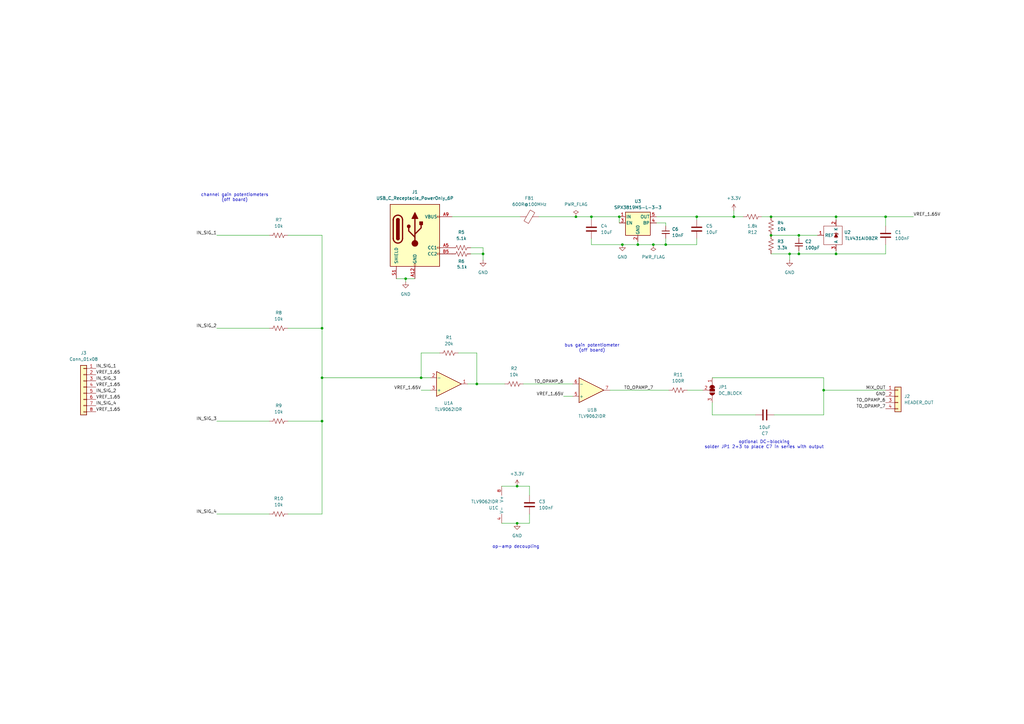
<source format=kicad_sch>
(kicad_sch (version 20250114) (generator "eeschema") (generator_version "9.0")
  (paper "A3")
  (lib_symbols
    (symbol "Amplifier_Operational:TLV9062" (pin_names (offset 0.127))
      (property "Reference" "U" (at 0 5.08 0))
      (property "Value" "TLV9062" (at 0 -5.08 0))
      (symbol "TLV9062_1_1"
        (polyline (pts (xy -5.08 5.08) (xy 5.08 0) (xy -5.08 -5.08) (xy -5.08 5.08)) (stroke (width 0.254)) (fill (type background)))
        (pin input line (at -7.62 2.54 0) (length 2.54) (name "+") (number "3"))
        (pin input line (at -7.62 -2.54 0) (length 2.54) (name "-") (number "2"))
        (pin output line (at 7.62 0 180) (length 2.54) (name "~") (number "1"))
      )
      (symbol "TLV9062_2_1"
        (polyline (pts (xy -5.08 5.08) (xy 5.08 0) (xy -5.08 -5.08) (xy -5.08 5.08)) (stroke (width 0.254)) (fill (type background)))
        (pin input line (at -7.62 2.54 0) (length 2.54) (name "+") (number "5"))
        (pin input line (at -7.62 -2.54 0) (length 2.54) (name "-") (number "6"))
        (pin output line (at 7.62 0 180) (length 2.54) (name "~") (number "7"))
      )
      (symbol "TLV9062_3_1"
        (pin power_in line (at -2.54 7.62 270) (length 3.81) (name "V+") (number "8"))
        (pin power_in line (at -2.54 -7.62 90) (length 3.81) (name "V-") (number "4"))
      )
    )
    (symbol "Connector:USB_C_Receptacle_PowerOnly_6P" (pin_names (offset 1.016))
      (property "Reference" "J" (at 0 16.51 0))
      (property "Value" "USB_C_Receptacle_PowerOnly_6P" (at 0 13.97 0))
      (symbol "USB_C_Receptacle_PowerOnly_6P_0_0"
        (rectangle (start -0.254 -12.7) (end 0.254 -11.684))
        (rectangle (start 10.16 7.874) (end 9.144 7.366))
        (rectangle (start 10.16 -4.826) (end 9.144 -5.334))
        (rectangle (start 10.16 -7.366) (end 9.144 -7.874))
      )
      (symbol "USB_C_Receptacle_PowerOnly_6P_0_1"
        (rectangle (start -10.16 12.7) (end 10.16 -12.7) (stroke (width 0.254)) (fill (type background)))
        (polyline (pts (xy -8.89 -1.27) (xy -8.89 6.35)) (stroke (width 0.508)))
        (rectangle (start -7.62 -1.27) (end -6.35 6.35) (stroke (width 0.254)) (fill (type outline)))
        (arc (start -7.62 6.35) (mid -6.985 6.9823) (end -6.35 6.35) (stroke (width 0.254)))
        (arc (start -7.62 6.35) (mid -6.985 6.9823) (end -6.35 6.35) (stroke (width 0.254)) (fill (type outline)))
        (arc (start -8.89 6.35) (mid -6.985 8.2467) (end -5.08 6.35) (stroke (width 0.508)))
        (arc (start -5.08 -1.27) (mid -6.985 -3.1667) (end -8.89 -1.27) (stroke (width 0.508)))
        (arc (start -6.35 -1.27) (mid -6.985 -1.9023) (end -7.62 -1.27) (stroke (width 0.254)))
        (arc (start -6.35 -1.27) (mid -6.985 -1.9023) (end -7.62 -1.27) (stroke (width 0.254)) (fill (type outline)))
        (polyline (pts (xy -5.08 6.35) (xy -5.08 -1.27)) (stroke (width 0.508)))
        (circle (center -2.54 3.683) (radius 0.635) (stroke (width 0.254)) (fill (type outline)))
        (polyline (pts (xy -1.27 6.858) (xy 0 9.398) (xy 1.27 6.858) (xy -1.27 6.858)) (stroke (width 0.254)) (fill (type outline)))
        (polyline (pts (xy 0 0.508) (xy 2.54 3.048) (xy 2.54 4.318)) (stroke (width 0.508)))
        (polyline (pts (xy 0 -0.762) (xy -2.54 1.778) (xy -2.54 3.048)) (stroke (width 0.508)))
        (polyline (pts (xy 0 -3.302) (xy 0 6.858)) (stroke (width 0.508)))
        (circle (center 0 -3.302) (radius 1.27) (fill (type outline)))
        (rectangle (start 1.905 4.318) (end 3.175 5.588) (stroke (width 0.254)) (fill (type outline)))
      )
      (symbol "USB_C_Receptacle_PowerOnly_6P_1_1"
        (pin passive line (at -7.62 -17.78 90) (length 5.08) (name "SHIELD") (number "S1"))
        (pin passive line (at 0 -17.78 90) (length 5.08) (name "GND") (number "A12"))
        (pin passive line (at 0 -17.78 90) (length 5.08) (hide yes) (name "GND") (number "B12"))
        (pin passive line (at 15.24 7.62 180) (length 5.08) (name "VBUS") (number "A9"))
        (pin passive line (at 15.24 7.62 180) (length 5.08) (hide yes) (name "VBUS") (number "B9"))
        (pin bidirectional line (at 15.24 -5.08 180) (length 5.08) (name "CC1") (number "A5"))
        (pin bidirectional line (at 15.24 -7.62 180) (length 5.08) (name "CC2") (number "B5"))
      )
    )
    (symbol "Connector_Generic:Conn_01x04" (pin_names (offset 1.016) (hide yes))
      (property "Reference" "J" (at 0 5.08 0))
      (property "Value" "Conn_01x04" (at 0 -7.62 0))
      (symbol "Conn_01x04_1_1"
        (rectangle (start -1.27 3.81) (end 1.27 -6.35) (stroke (width 0.254)) (fill (type background)))
        (rectangle (start -1.27 2.667) (end 0 2.413) (stroke (width 0.1524)))
        (rectangle (start -1.27 0.127) (end 0 -0.127) (stroke (width 0.1524)))
        (rectangle (start -1.27 -2.413) (end 0 -2.667) (stroke (width 0.1524)))
        (rectangle (start -1.27 -4.953) (end 0 -5.207) (stroke (width 0.1524)))
        (pin passive line (at -5.08 2.54 0) (length 3.81) (name "Pin_1") (number "1"))
        (pin passive line (at -5.08 0 0) (length 3.81) (name "Pin_2") (number "2"))
        (pin passive line (at -5.08 -2.54 0) (length 3.81) (name "Pin_3") (number "3"))
        (pin passive line (at -5.08 -5.08 0) (length 3.81) (name "Pin_4") (number "4"))
      )
    )
    (symbol "Connector_Generic:Conn_01x08" (pin_names (offset 1.016) (hide yes))
      (property "Reference" "J" (at 0 10.16 0))
      (property "Value" "Conn_01x08" (at 0 -12.7 0))
      (symbol "Conn_01x08_1_1"
        (rectangle (start -1.27 8.89) (end 1.27 -11.43) (stroke (width 0.254)) (fill (type background)))
        (rectangle (start -1.27 7.747) (end 0 7.493) (stroke (width 0.1524)))
        (rectangle (start -1.27 5.207) (end 0 4.953) (stroke (width 0.1524)))
        (rectangle (start -1.27 2.667) (end 0 2.413) (stroke (width 0.1524)))
        (rectangle (start -1.27 0.127) (end 0 -0.127) (stroke (width 0.1524)))
        (rectangle (start -1.27 -2.413) (end 0 -2.667) (stroke (width 0.1524)))
        (rectangle (start -1.27 -4.953) (end 0 -5.207) (stroke (width 0.1524)))
        (rectangle (start -1.27 -7.493) (end 0 -7.747) (stroke (width 0.1524)))
        (rectangle (start -1.27 -10.033) (end 0 -10.287) (stroke (width 0.1524)))
        (pin passive line (at -5.08 7.62 0) (length 3.81) (name "Pin_1") (number "1"))
        (pin passive line (at -5.08 5.08 0) (length 3.81) (name "Pin_2") (number "2"))
        (pin passive line (at -5.08 2.54 0) (length 3.81) (name "Pin_3") (number "3"))
        (pin passive line (at -5.08 0 0) (length 3.81) (name "Pin_4") (number "4"))
        (pin passive line (at -5.08 -2.54 0) (length 3.81) (name "Pin_5") (number "5"))
        (pin passive line (at -5.08 -5.08 0) (length 3.81) (name "Pin_6") (number "6"))
        (pin passive line (at -5.08 -7.62 0) (length 3.81) (name "Pin_7") (number "7"))
        (pin passive line (at -5.08 -10.16 0) (length 3.81) (name "Pin_8") (number "8"))
      )
    )
    (symbol "Device:C" (pin_numbers (hide yes)) (pin_names (offset 0.254))
      (property "Reference" "C" (at 0.635 2.54 0))
      (property "Value" "C" (at 0.635 -2.54 0))
      (symbol "C_0_1"
        (polyline (pts (xy -2.032 0.762) (xy 2.032 0.762)) (stroke (width 0.508)))
        (polyline (pts (xy -2.032 -0.762) (xy 2.032 -0.762)) (stroke (width 0.508)))
      )
      (symbol "C_1_1"
        (pin passive line (at 0 3.81 270) (length 2.794) (name "~") (number "1"))
        (pin passive line (at 0 -3.81 90) (length 2.794) (name "~") (number "2"))
      )
    )
    (symbol "Device:C_Small" (pin_numbers (hide yes)) (pin_names (offset 0.254) (hide yes))
      (property "Reference" "C" (at 0.254 1.778 0))
      (property "Value" "C_Small" (at 0.254 -2.032 0))
      (symbol "C_Small_0_1"
        (polyline (pts (xy -1.524 0.508) (xy 1.524 0.508)) (stroke (width 0.3048)))
        (polyline (pts (xy -1.524 -0.508) (xy 1.524 -0.508)) (stroke (width 0.3302)))
      )
      (symbol "C_Small_1_1"
        (pin passive line (at 0 2.54 270) (length 2.032) (name "~") (number "1"))
        (pin passive line (at 0 -2.54 90) (length 2.032) (name "~") (number "2"))
      )
    )
    (symbol "Device:FerriteBead" (pin_numbers (hide yes)) (pin_names (offset 0))
      (property "Reference" "FB" (at -3.81 0.635 90))
      (property "Value" "FerriteBead" (at 3.81 0 90))
      (symbol "FerriteBead_0_1"
        (polyline (pts (xy -2.7686 0.4064) (xy -1.7018 2.2606) (xy 2.7686 -0.3048) (xy 1.6764 -2.159) (xy -2.7686 0.4064)))
        (polyline (pts (xy 0 1.27) (xy 0 1.2954)))
        (polyline (pts (xy 0 -1.27) (xy 0 -1.2192)))
      )
      (symbol "FerriteBead_1_1"
        (pin passive line (at 0 3.81 270) (length 2.54) (name "~") (number "1"))
        (pin passive line (at 0 -3.81 90) (length 2.54) (name "~") (number "2"))
      )
    )
    (symbol "Device:R_US" (pin_numbers (hide yes)) (pin_names (offset 0))
      (property "Reference" "R" (at 2.54 0 90))
      (property "Value" "R_US" (at -2.54 0 90))
      (symbol "R_US_0_1"
        (polyline (pts (xy 0 2.286) (xy 0 2.54)))
        (polyline (pts (xy 0 2.286) (xy 1.016 1.905) (xy 0 1.524) (xy -1.016 1.143) (xy 0 0.762)))
        (polyline (pts (xy 0 0.762) (xy 1.016 0.381) (xy 0 0) (xy -1.016 -0.381) (xy 0 -0.762)))
        (polyline (pts (xy 0 -0.762) (xy 1.016 -1.143) (xy 0 -1.524) (xy -1.016 -1.905) (xy 0 -2.286)))
        (polyline (pts (xy 0 -2.286) (xy 0 -2.54)))
      )
      (symbol "R_US_1_1"
        (pin passive line (at 0 3.81 270) (length 1.27) (name "~") (number "1"))
        (pin passive line (at 0 -3.81 90) (length 1.27) (name "~") (number "2"))
      )
    )
    (symbol "Jumper:SolderJumper_3_Bridged12" (pin_names (offset 0) (hide yes)) (in_bom no)
      (property "Reference" "JP" (at -2.54 -2.54 0))
      (property "Value" "SolderJumper_3_Bridged12" (at 0 2.794 0))
      (symbol "SolderJumper_3_Bridged12_0_1"
        (polyline (pts (xy -2.54 0) (xy -2.032 0)))
        (polyline (pts (xy -1.016 1.016) (xy -1.016 -1.016)))
        (rectangle (start -1.016 0.508) (end -0.508 -0.508) (fill (type outline)))
        (arc (start -1.016 -1.016) (mid -2.0276 0) (end -1.016 1.016))
        (arc (start -1.016 -1.016) (mid -2.0276 0) (end -1.016 1.016) (fill (type outline)))
        (rectangle (start -0.508 1.016) (end 0.508 -1.016) (fill (type outline)))
        (polyline (pts (xy 0 -1.27) (xy 0 -1.016)))
        (arc (start 1.016 1.016) (mid 2.0276 0) (end 1.016 -1.016))
        (arc (start 1.016 1.016) (mid 2.0276 0) (end 1.016 -1.016) (fill (type outline)))
        (polyline (pts (xy 1.016 1.016) (xy 1.016 -1.016)))
        (polyline (pts (xy 2.54 0) (xy 2.032 0)))
      )
      (symbol "SolderJumper_3_Bridged12_1_1"
        (pin passive line (at -5.08 0 0) (length 2.54) (name "A") (number "1"))
        (pin passive line (at 0 -3.81 90) (length 2.54) (name "C") (number "2"))
        (pin passive line (at 5.08 0 180) (length 2.54) (name "B") (number "3"))
      )
    )
    (symbol "Reference_Voltage:TL431DBZ"
      (property "Reference" "U2" (at 1.2701 -2.54 90))
      (property "Value" "TLV431AIDBZR" (at -1.2699 -2.54 90))
      (symbol "TL431DBZ_0_1"
        (rectangle (start -3.81 5.08) (end 3.81 -2.54))
        (polyline (pts (xy -1.27 0) (xy 0 0) (xy 1.27 0)))
        (polyline (pts (xy -0.762 -0.762) (xy -0.762 0.762) (xy 0.762 0) (xy -0.762 -0.762)) (fill (type outline)))
        (polyline (pts (xy 0.254 -0.762) (xy 0.762 -0.762) (xy 0.762 0.762) (xy 0.762 0.762)) (stroke (width 0.254)))
      )
      (symbol "TL431DBZ_1_1"
        (pin passive line (at -6.35 0 0) (length 2.54) (name "A") (number "3"))
        (pin passive line (at 0 7.62 270) (length 2.54) (name "REF") (number "1"))
        (pin passive line (at 6.35 0 180) (length 2.54) (name "K") (number "2"))
      )
    )
    (symbol "Regulator_Linear:SPX3819M5-L-3-3" (pin_names (offset 0.254))
      (property "Reference" "U" (at -3.81 5.715 0))
      (property "Value" "SPX3819M5-L-3-3" (at 0 5.715 0))
      (symbol "SPX3819M5-L-3-3_0_1"
        (rectangle (start -5.08 4.445) (end 5.08 -5.08) (stroke (width 0.254)) (fill (type background)))
      )
      (symbol "SPX3819M5-L-3-3_1_1"
        (pin power_in line (at -7.62 2.54 0) (length 2.54) (name "IN") (number "1"))
        (pin input line (at -7.62 0 0) (length 2.54) (name "EN") (number "3"))
        (pin power_in line (at 0 -7.62 90) (length 2.54) (name "GND") (number "2"))
        (pin power_out line (at 7.62 2.54 180) (length 2.54) (name "OUT") (number "5"))
        (pin input line (at 7.62 0 180) (length 2.54) (name "BP") (number "4"))
      )
    )
    (symbol "power:+3.3V" (power) (pin_numbers (hide yes)) (pin_names (offset 0) (hide yes))
      (property "Value" "+3.3V" (at 0 3.556 0))
      (symbol "+3.3V_0_1"
        (polyline (pts (xy -0.762 1.27) (xy 0 2.54)))
        (polyline (pts (xy 0 2.54) (xy 0.762 1.27)))
        (polyline (pts (xy 0 0) (xy 0 2.54)))
      )
      (symbol "+3.3V_1_1"
        (pin power_in line (at 0 0 90) (length 0) (name "~") (number "1"))
      )
    )
    (symbol "power:GND" (power) (pin_numbers (hide yes)) (pin_names (offset 0) (hide yes))
      (property "Value" "GND" (at 0 -3.81 0))
      (symbol "GND_0_1"
        (polyline (pts (xy 0 0) (xy 0 -1.27) (xy 1.27 -1.27) (xy 0 -2.54) (xy -1.27 -1.27) (xy 0 -1.27)))
      )
      (symbol "GND_1_1"
        (pin power_in line (at 0 0 270) (length 0) (name "~") (number "1"))
      )
    )
    (symbol "power:PWR_FLAG" (power) (pin_numbers (hide yes)) (pin_names (offset 0) (hide yes))
      (property "Value" "PWR_FLAG" (at 0 3.81 0))
      (symbol "PWR_FLAG_0_0"
        (pin power_out line (at 0 0 90) (length 0) (name "~") (number "1"))
      )
      (symbol "PWR_FLAG_0_1"
        (polyline (pts (xy 0 0) (xy 0 1.27) (xy -1.016 1.905) (xy 0 2.54) (xy 1.016 1.905) (xy 0 1.27)))
      )
    )
  )
  (text "bus gain potentiometer\n(off board)" (at 242.824 142.748 0) (effects (font (size 1.27 1.27))))
  (text "channel gain potentiometers\n(off board)" (at 96.266 81.026 0) (effects (font (size 1.27 1.27))))
  (text "op-amp decoupling" (at 211.582 224.282 0) (effects (font (size 1.27 1.27))))
  (text "optional DC-blocking\nsolder JP1 2+3 to place C7 in series with output" (at 313.436 182.372 0) (effects (font (size 1.27 1.27))))
  (junction (at 316.23 88.9))
  (junction (at 342.9 104.14))
  (junction (at 342.9 88.9))
  (junction (at 212.09 214.63))
  (junction (at 327.66 96.52))
  (junction (at 172.72 154.94))
  (junction (at 255.27 100.33))
  (junction (at 254 88.9))
  (junction (at 337.82 160.02))
  (junction (at 198.12 104.14))
  (junction (at 300.99 88.9))
  (junction (at 236.22 88.9))
  (junction (at 132.08 154.94))
  (junction (at 132.08 172.72))
  (junction (at 363.22 88.9))
  (junction (at 327.66 104.14))
  (junction (at 242.57 88.9))
  (junction (at 195.58 157.48))
  (junction (at 267.97 100.33))
  (junction (at 285.75 88.9))
  (junction (at 212.09 199.39))
  (junction (at 323.85 104.14))
  (junction (at 166.37 114.3))
  (junction (at 261.62 100.33))
  (junction (at 316.23 96.52))
  (junction (at 132.08 134.62))
  (junction (at 273.05 100.33))
  (wire (pts (xy 316.23 88.9) (xy 342.9 88.9)))
  (wire (pts (xy 212.09 199.39) (xy 205.74 199.39)))
  (wire (pts (xy 261.62 100.33) (xy 261.62 99.06)))
  (wire (pts (xy 166.37 114.3) (xy 170.18 114.3)))
  (wire (pts (xy 217.17 210.82) (xy 217.17 214.63)))
  (wire (pts (xy 198.12 104.14) (xy 198.12 106.68)))
  (wire (pts (xy 88.9 96.52) (xy 110.49 96.52)))
  (wire (pts (xy 363.22 88.9) (xy 374.65 88.9)))
  (wire (pts (xy 191.77 157.48) (xy 195.58 157.48)))
  (wire (pts (xy 132.08 154.94) (xy 172.72 154.94)))
  (wire (pts (xy 242.57 100.33) (xy 255.27 100.33)))
  (wire (pts (xy 337.82 160.02) (xy 337.82 170.18)))
  (wire (pts (xy 267.97 100.33) (xy 273.05 100.33)))
  (wire (pts (xy 88.9 134.62) (xy 110.49 134.62)))
  (wire (pts (xy 217.17 203.2) (xy 217.17 199.39)))
  (wire (pts (xy 220.98 88.9) (xy 236.22 88.9)))
  (wire (pts (xy 337.82 154.94) (xy 337.82 160.02)))
  (wire (pts (xy 255.27 100.33) (xy 261.62 100.33)))
  (wire (pts (xy 250.19 160.02) (xy 274.32 160.02)))
  (wire (pts (xy 187.96 144.78) (xy 195.58 144.78)))
  (wire (pts (xy 214.63 157.48) (xy 234.95 157.48)))
  (wire (pts (xy 273.05 91.44) (xy 273.05 92.71)))
  (wire (pts (xy 316.23 104.14) (xy 323.85 104.14)))
  (wire (pts (xy 273.05 100.33) (xy 285.75 100.33)))
  (wire (pts (xy 312.42 88.9) (xy 316.23 88.9)))
  (wire (pts (xy 88.9 210.82) (xy 110.49 210.82)))
  (wire (pts (xy 323.85 104.14) (xy 327.66 104.14)))
  (wire (pts (xy 118.11 172.72) (xy 132.08 172.72)))
  (wire (pts (xy 285.75 90.17) (xy 285.75 88.9)))
  (wire (pts (xy 172.72 144.78) (xy 172.72 154.94)))
  (wire (pts (xy 217.17 214.63) (xy 212.09 214.63)))
  (wire (pts (xy 236.22 88.9) (xy 242.57 88.9)))
  (wire (pts (xy 242.57 88.9) (xy 242.57 90.17)))
  (wire (pts (xy 132.08 134.62) (xy 132.08 154.94)))
  (wire (pts (xy 162.56 114.3) (xy 166.37 114.3)))
  (wire (pts (xy 285.75 88.9) (xy 300.99 88.9)))
  (wire (pts (xy 363.22 104.14) (xy 363.22 100.33)))
  (wire (pts (xy 327.66 104.14) (xy 342.9 104.14)))
  (wire (pts (xy 172.72 154.94) (xy 176.53 154.94)))
  (wire (pts (xy 261.62 100.33) (xy 267.97 100.33)))
  (wire (pts (xy 342.9 90.17) (xy 342.9 88.9)))
  (wire (pts (xy 176.53 160.02) (xy 172.72 160.02)))
  (wire (pts (xy 269.24 91.44) (xy 273.05 91.44)))
  (wire (pts (xy 285.75 100.33) (xy 285.75 97.79)))
  (wire (pts (xy 195.58 157.48) (xy 207.01 157.48)))
  (wire (pts (xy 292.1 170.18) (xy 309.88 170.18)))
  (wire (pts (xy 323.85 104.14) (xy 323.85 106.68)))
  (wire (pts (xy 212.09 214.63) (xy 205.74 214.63)))
  (wire (pts (xy 342.9 102.87) (xy 342.9 104.14)))
  (wire (pts (xy 327.66 96.52) (xy 335.28 96.52)))
  (wire (pts (xy 300.99 86.36) (xy 300.99 88.9)))
  (wire (pts (xy 292.1 154.94) (xy 337.82 154.94)))
  (wire (pts (xy 195.58 157.48) (xy 195.58 144.78)))
  (wire (pts (xy 273.05 97.79) (xy 273.05 100.33)))
  (wire (pts (xy 337.82 160.02) (xy 363.22 160.02)))
  (wire (pts (xy 132.08 96.52) (xy 132.08 134.62)))
  (wire (pts (xy 132.08 172.72) (xy 132.08 210.82)))
  (wire (pts (xy 166.37 114.3) (xy 166.37 115.57)))
  (wire (pts (xy 172.72 144.78) (xy 180.34 144.78)))
  (wire (pts (xy 281.94 160.02) (xy 288.29 160.02)))
  (wire (pts (xy 316.23 96.52) (xy 327.66 96.52)))
  (wire (pts (xy 242.57 88.9) (xy 254 88.9)))
  (wire (pts (xy 88.9 172.72) (xy 110.49 172.72)))
  (wire (pts (xy 118.11 134.62) (xy 132.08 134.62)))
  (wire (pts (xy 363.22 92.71) (xy 363.22 88.9)))
  (wire (pts (xy 342.9 88.9) (xy 363.22 88.9)))
  (wire (pts (xy 198.12 101.6) (xy 198.12 104.14)))
  (wire (pts (xy 269.24 88.9) (xy 285.75 88.9)))
  (wire (pts (xy 342.9 104.14) (xy 363.22 104.14)))
  (wire (pts (xy 217.17 199.39) (xy 212.09 199.39)))
  (wire (pts (xy 317.5 170.18) (xy 337.82 170.18)))
  (wire (pts (xy 327.66 96.52) (xy 327.66 97.79)))
  (wire (pts (xy 231.14 162.56) (xy 234.95 162.56)))
  (wire (pts (xy 132.08 154.94) (xy 132.08 172.72)))
  (wire (pts (xy 118.11 96.52) (xy 132.08 96.52)))
  (wire (pts (xy 193.04 104.14) (xy 198.12 104.14)))
  (wire (pts (xy 292.1 165.1) (xy 292.1 170.18)))
  (wire (pts (xy 327.66 102.87) (xy 327.66 104.14)))
  (wire (pts (xy 193.04 101.6) (xy 198.12 101.6)))
  (wire (pts (xy 242.57 97.79) (xy 242.57 100.33)))
  (wire (pts (xy 300.99 88.9) (xy 304.8 88.9)))
  (wire (pts (xy 254 88.9) (xy 254 91.44)))
  (wire (pts (xy 118.11 210.82) (xy 132.08 210.82)))
  (wire (pts (xy 185.42 88.9) (xy 213.36 88.9)))
  (label "IN_SIG_1" (at 39.37 151.13 0))
  (label "TO_OPAMP_7" (at 363.22 167.64 180))
  (label "MIX_OUT" (at 363.22 160.02 180))
  (label "VREF_1.65" (at 39.37 158.75 0))
  (label "TO_OPAMP_7" (at 267.97 160.02 180))
  (label "IN_SIG_4" (at 88.9 210.82 180))
  (label "VREF_1.65V" (at 231.14 162.56 180))
  (label "TO_OPAMP_6" (at 231.14 157.48 180))
  (label "IN_SIG_4" (at 39.37 166.37 0))
  (label "IN_SIG_2" (at 88.9 134.62 180))
  (label "VREF_1.65V" (at 374.65 88.9 0))
  (label "IN_SIG_1" (at 88.9 96.52 180))
  (label "TO_OPAMP_6" (at 363.22 165.1 180))
  (label "IN_SIG_3" (at 39.37 156.21 0))
  (label "VREF_1.65" (at 39.37 153.67 0))
  (label "IN_SIG_2" (at 39.37 161.29 0))
  (label "IN_SIG_3" (at 88.9 172.72 180))
  (label "VREF_1.65" (at 39.37 168.91 0))
  (label "VREF_1.65V" (at 172.72 160.02 180))
  (label "GND" (at 363.22 162.56 180))
  (label "VREF_1.65" (at 39.37 163.83 0))
  (symbol (lib_id "Amplifier_Operational:TLV9062") (at 184.15 157.48 0) (mirror x) (unit 1)
    (property "Reference" "U1" (at 183.896 165.354 0))
    (property "Value" "TLV9062IDR" (at 183.896 167.894 0))
    (property "Footprint" "Package_SO:SOIC-8_3.9x4.9mm_P1.27mm" (effects (hide yes)))
    (property "Datasheet" "https://www.ti.com/lit/ds/symlink/tlv9062.pdf" (effects (hide yes)))
    (property "Description" "Dual Operational Amplifiers, SOIC-8/TSSOP-8/VSSOP-8" (effects (hide yes)))
  )
  (symbol (lib_id "Device:R_US") (at 189.23 101.6 90) (unit 1)
    (property "Reference" "R5" (at 189.23 95.25 90))
    (property "Value" "5.1k" (at 189.23 97.79 90))
    (property "Footprint" "Resistor_SMD:R_0603_1608Metric" (effects (hide yes)))
    (property "Description" "Resistor, US symbol" (effects (hide yes)))
  )
  (symbol (lib_id "Device:R_US") (at 278.13 160.02 90) (unit 1)
    (property "Reference" "R11" (at 278.13 153.67 90))
    (property "Value" "100R" (at 278.13 156.21 90))
    (property "Footprint" "Resistor_SMD:R_0603_1608Metric" (effects (hide yes)))
    (property "Description" "Resistor, US symbol" (effects (hide yes)))
  )
  (symbol (lib_id "Device:R_US") (at 308.61 88.9 90) (unit 1)
    (property "Reference" "R12" (at 308.61 95.25 90))
    (property "Value" "1.8k" (at 308.61 92.71 90))
    (property "Footprint" "Resistor_SMD:R_0603_1608Metric" (effects (hide yes)))
    (property "Description" "Resistor, US symbol" (effects (hide yes)))
  )
  (symbol (lib_id "Jumper:SolderJumper_3_Bridged12") (at 292.1 160.02 270) (unit 1) (in_bom no)
    (property "Reference" "JP1" (at 294.64 158.7499 90) (effects (justify left)))
    (property "Value" "DC_BLOCK" (at 294.64 161.2899 90) (effects (justify left)))
    (property "Footprint" "elemental_jumper:SolderJumper-3_P1.3mm_Open_RoundedPad1.0x1.5mm" (effects (hide yes)))
    (property "Description" "3-pole Solder Jumper, pins 1+2 closed/bridged" (effects (hide yes)))
  )
  (symbol (lib_id "Device:R_US") (at 114.3 172.72 90) (unit 1)
    (property "Reference" "R9" (at 114.3 166.37 90))
    (property "Value" "10k" (at 114.3 168.91 90))
    (property "Footprint" "Resistor_SMD:R_0603_1608Metric" (effects (hide yes)))
    (property "Description" "Resistor, US symbol" (effects (hide yes)))
  )
  (symbol (lib_id "Regulator_Linear:SPX3819M5-L-3-3") (at 261.62 91.44 0) (unit 1)
    (property "Reference" "U3" (at 261.62 82.55 0))
    (property "Value" "SPX3819M5-L-3-3" (at 261.62 85.09 0))
    (property "Footprint" "Package_TO_SOT_SMD:SOT-23-5" (effects (hide yes)))
    (property "Datasheet" "https://www.exar.com/content/document.ashx?id=22106&languageid=1033&type=Datasheet&partnumber=SPX3819&filename=SPX3819.pdf&part=SPX3819" (effects (hide yes)))
    (property "Description" "500mA Low drop-out regulator, Fixed Output 3.3V, SOT-23-5" (effects (hide yes)))
  )
  (symbol (lib_id "Device:C") (at 285.75 93.98 0) (unit 1)
    (property "Reference" "C5" (at 289.56 92.7099 0) (effects (justify left)))
    (property "Value" "10uF" (at 289.56 95.2499 0) (effects (justify left)))
    (property "Footprint" "Capacitor_SMD:C_1206_3216Metric" (effects (hide yes)))
    (property "Description" "Unpolarized capacitor" (effects (hide yes)))
  )
  (symbol (lib_id "power:PWR_FLAG") (at 236.22 88.9 0) (unit 1)
    (property "Reference" "#FLG01" (effects (hide yes)))
    (property "Value" "PWR_FLAG" (at 236.22 83.82 0))
    (property "Description" "Special symbol for telling ERC where power comes from" (effects (hide yes)))
  )
  (symbol (lib_id "Device:C") (at 313.69 170.18 270) (mirror x) (unit 1)
    (property "Reference" "C7" (at 313.69 177.8 90))
    (property "Value" "10uF" (at 313.69 175.26 90))
    (property "Footprint" "Capacitor_SMD:C_1206_3216Metric" (effects (hide yes)))
    (property "Description" "Unpolarized capacitor" (effects (hide yes)))
  )
  (symbol (lib_id "Device:R_US") (at 114.3 96.52 90) (unit 1)
    (property "Reference" "R7" (at 114.3 90.17 90))
    (property "Value" "10k" (at 114.3 92.71 90))
    (property "Footprint" "Resistor_SMD:R_0603_1608Metric" (effects (hide yes)))
    (property "Description" "Resistor, US symbol" (effects (hide yes)))
  )
  (symbol (lib_id "Device:FerriteBead") (at 217.17 88.9 90) (unit 1)
    (property "Reference" "FB1" (at 217.1192 81.28 90))
    (property "Value" "600R@100MHz" (at 217.1192 83.82 90))
    (property "Footprint" "Inductor_SMD:L_0805_2012Metric" (effects (hide yes)))
    (property "Description" "Ferrite bead" (effects (hide yes)))
  )
  (symbol (lib_id "power:GND") (at 212.09 214.63 0) (unit 1)
    (property "Reference" "#PWR04" (effects (hide yes)))
    (property "Value" "GND" (at 212.09 219.71 0))
    (property "Description" "Power symbol creates a global label with name \"GND\" , ground" (effects (hide yes)))
  )
  (symbol (lib_id "Device:R_US") (at 189.23 104.14 90) (unit 1)
    (property "Reference" "R6" (at 189.23 107.188 90))
    (property "Value" "5.1k" (at 189.484 109.474 90))
    (property "Footprint" "Resistor_SMD:R_0603_1608Metric" (effects (hide yes)))
    (property "Description" "Resistor, US symbol" (effects (hide yes)))
  )
  (symbol (lib_id "Device:C") (at 217.17 207.01 0) (unit 1)
    (property "Reference" "C3" (at 220.98 205.7399 0) (effects (justify left)))
    (property "Value" "100nF" (at 220.98 208.2799 0) (effects (justify left)))
    (property "Footprint" "Capacitor_SMD:C_0603_1608Metric" (effects (hide yes)))
    (property "Description" "Unpolarized capacitor" (effects (hide yes)))
  )
  (symbol (lib_id "power:PWR_FLAG") (at 267.97 100.33 180) (unit 1)
    (property "Reference" "#FLG02" (effects (hide yes)))
    (property "Value" "PWR_FLAG" (at 267.97 105.41 0))
    (property "Description" "Special symbol for telling ERC where power comes from" (effects (hide yes)))
  )
  (symbol (lib_id "Device:C") (at 363.22 96.52 0) (unit 1)
    (property "Reference" "C1" (at 367.03 95.2499 0) (effects (justify left)))
    (property "Value" "100nF" (at 367.03 97.7899 0) (effects (justify left)))
    (property "Footprint" "Capacitor_SMD:C_0603_1608Metric" (effects (hide yes)))
    (property "Description" "Unpolarized capacitor" (effects (hide yes)))
  )
  (symbol (lib_id "Device:C_Small") (at 273.05 95.25 0) (unit 1)
    (property "Reference" "C6" (at 275.59 93.9862 0) (effects (justify left)))
    (property "Value" "10nF" (at 275.59 96.5262 0) (effects (justify left)))
    (property "Footprint" "Capacitor_SMD:C_0603_1608Metric" (effects (hide yes)))
    (property "Description" "Unpolarized capacitor, small symbol" (effects (hide yes)))
  )
  (symbol (lib_id "Amplifier_Operational:TLV9062") (at 208.28 207.01 0) (unit 3)
    (property "Reference" "U1" (at 204.47 208.2801 0) (effects (justify right)))
    (property "Value" "TLV9062IDR" (at 204.47 205.7401 0) (effects (justify right)))
    (property "Footprint" "Package_SO:SOIC-8_3.9x4.9mm_P1.27mm" (effects (hide yes)))
    (property "Datasheet" "https://www.ti.com/lit/ds/symlink/tlv9062.pdf" (effects (hide yes)))
    (property "Description" "Dual Operational Amplifiers, SOIC-8/TSSOP-8/VSSOP-8" (effects (hide yes)))
  )
  (symbol (lib_id "power:+3.3V") (at 300.99 86.36 0) (unit 1)
    (property "Reference" "#PWR08" (effects (hide yes)))
    (property "Value" "+3.3V" (at 300.99 81.28 0))
    (property "Description" "Power symbol creates a global label with name \"+3.3V\"" (effects (hide yes)))
  )
  (symbol (lib_id "power:GND") (at 323.85 106.68 0) (unit 1)
    (property "Reference" "#PWR01" (effects (hide yes)))
    (property "Value" "GND" (at 323.85 111.76 0))
    (property "Description" "Power symbol creates a global label with name \"GND\" , ground" (effects (hide yes)))
  )
  (symbol (lib_id "Device:R_US") (at 114.3 210.82 90) (unit 1)
    (property "Reference" "R10" (at 114.3 204.47 90))
    (property "Value" "10k" (at 114.3 207.01 90))
    (property "Footprint" "Resistor_SMD:R_0603_1608Metric" (effects (hide yes)))
    (property "Description" "Resistor, US symbol" (effects (hide yes)))
  )
  (symbol (lib_id "Connector_Generic:Conn_01x04") (at 368.3 162.56 0) (unit 1)
    (property "Reference" "J2" (at 370.84 162.5599 0) (effects (justify left)))
    (property "Value" "HEADER_OUT" (at 370.84 165.0999 0) (effects (justify left)))
    (property "Description" "Generic connector, single row, 01x04, script generated (kicad-library-utils/schlib/autogen/connector/)" (effects (hide yes)))
  )
  (symbol (lib_id "Connector:USB_C_Receptacle_PowerOnly_6P") (at 170.18 96.52 0) (unit 1)
    (property "Reference" "J1" (at 170.18 78.74 0))
    (property "Value" "USB_C_Receptacle_PowerOnly_6P" (at 170.18 81.28 0))
    (property "Footprint" "Connector_USB:USB_C_Receptacle_HRO_TYPE-C-31-M-17" (effects (hide yes)))
    (property "Datasheet" "https://www.usb.org/sites/default/files/documents/usb_type-c.zip" (effects (hide yes)))
    (property "Description" "USB Power-Only 6P Type-C Receptacle connector" (effects (hide yes)))
  )
  (symbol (lib_id "Device:R_US") (at 316.23 92.71 0) (unit 1)
    (property "Reference" "R4" (at 318.77 91.4399 0) (effects (justify left)))
    (property "Value" "10k" (at 318.77 93.9799 0) (effects (justify left)))
    (property "Footprint" "Resistor_SMD:R_0603_1608Metric" (effects (hide yes)))
    (property "Description" "Resistor, US symbol" (effects (hide yes)))
  )
  (symbol (lib_id "Device:C_Small") (at 327.66 100.33 0) (unit 1)
    (property "Reference" "C2" (at 330.2 99.0662 0) (effects (justify left)))
    (property "Value" "100pF" (at 330.2 101.6062 0) (effects (justify left)))
    (property "Footprint" "Capacitor_SMD:C_0603_1608Metric" (effects (hide yes)))
    (property "Description" "Unpolarized capacitor, small symbol" (effects (hide yes)))
  )
  (symbol (lib_id "Reference_Voltage:TL431DBZ") (at 342.9 96.52 90) (unit 1)
    (property "Reference" "U2" (at 346.202 95.25 90) (effects (justify right)))
    (property "Value" "TLV431AIDBZR" (at 346.456 97.79 90) (effects (justify right)))
    (property "Footprint" "Package_TO_SOT_SMD:SOT-23-3" (effects (hide yes)))
    (property "Datasheet" "http://www.ti.com/lit/ds/symlink/tl431.pdf" (effects (hide yes)))
    (property "Description" "Shunt Regulator, SOT-23" (effects (hide yes)))
  )
  (symbol (lib_id "Amplifier_Operational:TLV9062") (at 242.57 160.02 0) (mirror x) (unit 2)
    (property "Reference" "U1" (at 242.824 168.148 0))
    (property "Value" "TLV9062IDR" (at 242.824 170.688 0))
    (property "Footprint" "Package_SO:SOIC-8_3.9x4.9mm_P1.27mm" (effects (hide yes)))
    (property "Datasheet" "https://www.ti.com/lit/ds/symlink/tlv9062.pdf" (effects (hide yes)))
    (property "Description" "Dual Operational Amplifiers, SOIC-8/TSSOP-8/VSSOP-8" (effects (hide yes)))
  )
  (symbol (lib_id "Device:C") (at 242.57 93.98 0) (unit 1)
    (property "Reference" "C4" (at 246.38 92.7099 0) (effects (justify left)))
    (property "Value" "10uF" (at 246.38 95.2499 0) (effects (justify left)))
    (property "Footprint" "Capacitor_SMD:C_1206_3216Metric" (effects (hide yes)))
    (property "Description" "Unpolarized capacitor" (effects (hide yes)))
  )
  (symbol (lib_id "Device:R_US") (at 210.82 157.48 90) (unit 1)
    (property "Reference" "R2" (at 210.82 151.13 90))
    (property "Value" "10k" (at 210.82 153.67 90))
    (property "Footprint" "Resistor_SMD:R_0603_1608Metric" (effects (hide yes)))
    (property "Description" "Resistor, US symbol" (effects (hide yes)))
  )
  (symbol (lib_id "Device:R_US") (at 184.15 144.78 90) (unit 1)
    (property "Reference" "R1" (at 184.15 138.43 90))
    (property "Value" "20k" (at 184.15 140.97 90))
    (property "Footprint" "Resistor_SMD:R_0603_1608Metric" (effects (hide yes)))
    (property "Description" "Resistor, US symbol" (effects (hide yes)))
  )
  (symbol (lib_id "power:GND") (at 166.37 115.57 0) (unit 1)
    (property "Reference" "#PWR06" (effects (hide yes)))
    (property "Value" "GND" (at 166.37 120.65 0))
    (property "Description" "Power symbol creates a global label with name \"GND\" , ground" (effects (hide yes)))
  )
  (symbol (lib_id "power:+3.3V") (at 212.09 199.39 0) (unit 1)
    (property "Reference" "#PWR03" (effects (hide yes)))
    (property "Value" "+3.3V" (at 212.09 194.31 0))
    (property "Description" "Power symbol creates a global label with name \"+3.3V\"" (effects (hide yes)))
  )
  (symbol (lib_id "Device:R_US") (at 114.3 134.62 90) (unit 1)
    (property "Reference" "R8" (at 114.3 128.27 90))
    (property "Value" "10k" (at 114.3 130.81 90))
    (property "Footprint" "Resistor_SMD:R_0603_1608Metric" (effects (hide yes)))
    (property "Description" "Resistor, US symbol" (effects (hide yes)))
  )
  (symbol (lib_id "Connector_Generic:Conn_01x08") (at 34.29 158.75 0) (mirror y) (unit 1)
    (property "Reference" "J3" (at 34.29 144.78 0))
    (property "Value" "Conn_01x08" (at 34.29 147.32 0))
    (property "Description" "Generic connector, single row, 01x08, script generated (kicad-library-utils/schlib/autogen/connector/)" (effects (hide yes)))
  )
  (symbol (lib_id "power:GND") (at 198.12 106.68 0) (unit 1)
    (property "Reference" "#PWR05" (effects (hide yes)))
    (property "Value" "GND" (at 198.12 111.76 0))
    (property "Description" "Power symbol creates a global label with name \"GND\" , ground" (effects (hide yes)))
  )
  (symbol (lib_id "Device:R_US") (at 316.23 100.33 0) (unit 1)
    (property "Reference" "R3" (at 318.77 99.0599 0) (effects (justify left)))
    (property "Value" "3.3k" (at 318.77 101.5999 0) (effects (justify left)))
    (property "Footprint" "Resistor_SMD:R_0603_1608Metric" (effects (hide yes)))
    (property "Description" "Resistor, US symbol" (effects (hide yes)))
  )
  (symbol (lib_id "power:GND") (at 255.27 100.33 0) (unit 1)
    (property "Reference" "#PWR07" (effects (hide yes)))
    (property "Value" "GND" (at 255.27 105.41 0))
    (property "Description" "Power symbol creates a global label with name \"GND\" , ground" (effects (hide yes)))
  )
)
</source>
